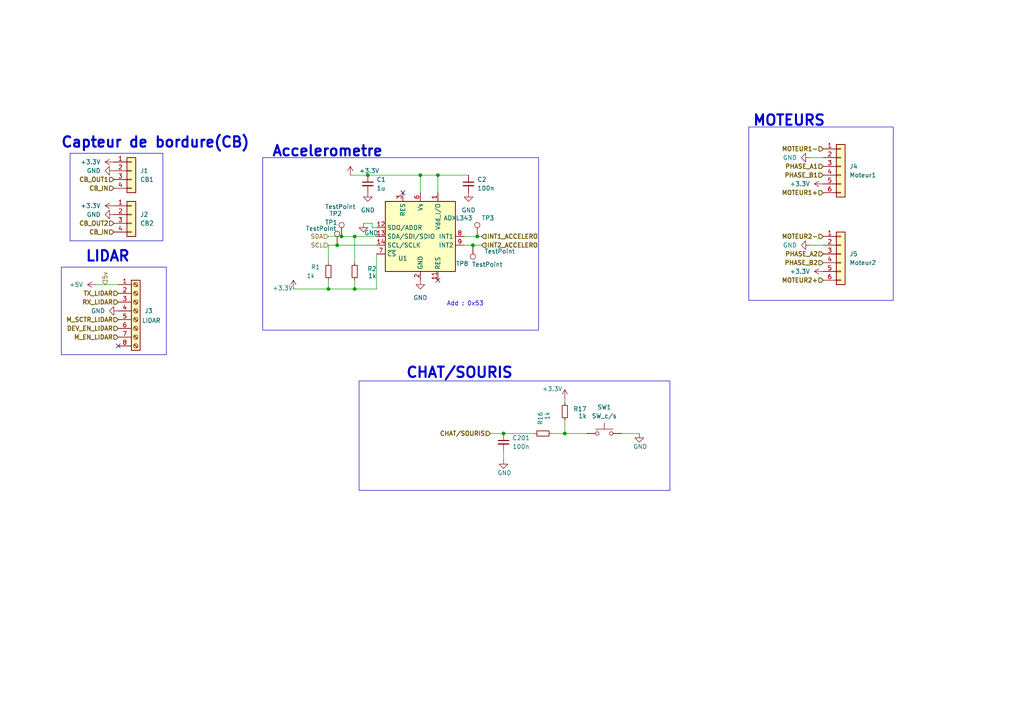
<source format=kicad_sch>
(kicad_sch (version 20231120) (generator "eeschema") (generator_version "8.0")
  (paper "A4")
  (title_block (title "ESE_BAHL") (date "2024-09-17") (rev "v1.09.24") (company "ENSEA"))
  (lib_symbols
    (symbol "+3.3V_1" (power) (pin_numbers hide) (pin_names (offset 0) hide)
      (property "Value" "+3.3V" (at 0 3.556 0))
      (symbol "+3.3V_1_0_1"
        (polyline (pts (xy -0.762 1.27) (xy 0 2.54)))
        (polyline (pts (xy 0 0) (xy 0 2.54)))
        (polyline (pts (xy 0 2.54) (xy 0.762 1.27)))
      )
      (symbol "+3.3V_1_1_1"
        (pin power_in line (at 0 0 90) (length 0) (name "~") (number "1"))
      )
    )
    (symbol "Connector:Screw_Terminal_01x08" (pin_names (offset 1.016) hide)
      (property "Reference" "J" (at 0 10.16 0))
      (property "Value" "Screw_Terminal_01x08" (at 0 -12.7 0))
      (symbol "Screw_Terminal_01x08_1_1"
        (rectangle (start -1.27 8.89) (end 1.27 -11.43) (stroke (width 0.254)) (fill (type background)))
        (circle (center 0 -10.16) (radius 0.635) (stroke (width 0.1524)))
        (circle (center 0 -7.62) (radius 0.635) (stroke (width 0.1524)))
        (circle (center 0 -5.08) (radius 0.635) (stroke (width 0.1524)))
        (circle (center 0 -2.54) (radius 0.635) (stroke (width 0.1524)))
        (polyline (pts (xy -0.5334 -9.8298) (xy 0.3302 -10.668)) (stroke (width 0.1524)))
        (polyline (pts (xy -0.5334 -7.2898) (xy 0.3302 -8.128)) (stroke (width 0.1524)))
        (polyline (pts (xy -0.5334 -4.7498) (xy 0.3302 -5.588)) (stroke (width 0.1524)))
        (polyline (pts (xy -0.5334 -2.2098) (xy 0.3302 -3.048)) (stroke (width 0.1524)))
        (polyline (pts (xy -0.5334 0.3302) (xy 0.3302 -0.508)) (stroke (width 0.1524)))
        (polyline (pts (xy -0.5334 2.8702) (xy 0.3302 2.032)) (stroke (width 0.1524)))
        (polyline (pts (xy -0.5334 5.4102) (xy 0.3302 4.572)) (stroke (width 0.1524)))
        (polyline (pts (xy -0.5334 7.9502) (xy 0.3302 7.112)) (stroke (width 0.1524)))
        (polyline (pts (xy -0.3556 -9.652) (xy 0.508 -10.4902)) (stroke (width 0.1524)))
        (polyline (pts (xy -0.3556 -7.112) (xy 0.508 -7.9502)) (stroke (width 0.1524)))
        (polyline (pts (xy -0.3556 -4.572) (xy 0.508 -5.4102)) (stroke (width 0.1524)))
        (polyline (pts (xy -0.3556 -2.032) (xy 0.508 -2.8702)) (stroke (width 0.1524)))
        (polyline (pts (xy -0.3556 0.508) (xy 0.508 -0.3302)) (stroke (width 0.1524)))
        (polyline (pts (xy -0.3556 3.048) (xy 0.508 2.2098)) (stroke (width 0.1524)))
        (polyline (pts (xy -0.3556 5.588) (xy 0.508 4.7498)) (stroke (width 0.1524)))
        (polyline (pts (xy -0.3556 8.128) (xy 0.508 7.2898)) (stroke (width 0.1524)))
        (circle (center 0 0) (radius 0.635) (stroke (width 0.1524)))
        (circle (center 0 2.54) (radius 0.635) (stroke (width 0.1524)))
        (circle (center 0 5.08) (radius 0.635) (stroke (width 0.1524)))
        (circle (center 0 7.62) (radius 0.635) (stroke (width 0.1524)))
        (pin passive line (at -5.08 7.62 0) (length 3.81) (name "Pin_1") (number "1"))
        (pin passive line (at -5.08 5.08 0) (length 3.81) (name "Pin_2") (number "2"))
        (pin passive line (at -5.08 2.54 0) (length 3.81) (name "Pin_3") (number "3"))
        (pin passive line (at -5.08 0 0) (length 3.81) (name "Pin_4") (number "4"))
        (pin passive line (at -5.08 -2.54 0) (length 3.81) (name "Pin_5") (number "5"))
        (pin passive line (at -5.08 -5.08 0) (length 3.81) (name "Pin_6") (number "6"))
        (pin passive line (at -5.08 -7.62 0) (length 3.81) (name "Pin_7") (number "7"))
        (pin passive line (at -5.08 -10.16 0) (length 3.81) (name "Pin_8") (number "8"))
      )
    )
    (symbol "Connector:TestPoint" (pin_numbers hide) (pin_names (offset 0.762) hide)
      (property "Reference" "TP" (at 0 6.858 0))
      (property "Value" "TestPoint" (at 0 5.08 0))
      (symbol "TestPoint_0_1"
        (circle (center 0 3.302) (radius 0.762))
      )
      (symbol "TestPoint_1_1"
        (pin passive line (at 0 0 90) (length 2.54) (name "1") (number "1"))
      )
    )
    (symbol "Connector_Generic:Conn_01x04" (pin_names (offset 1.016) hide)
      (property "Reference" "J" (at 0 5.08 0))
      (property "Value" "Conn_01x04" (at 0 -7.62 0))
      (symbol "Conn_01x04_1_1"
        (rectangle (start -1.27 -4.953) (end 0 -5.207) (stroke (width 0.1524)))
        (rectangle (start -1.27 -2.413) (end 0 -2.667) (stroke (width 0.1524)))
        (rectangle (start -1.27 0.127) (end 0 -0.127) (stroke (width 0.1524)))
        (rectangle (start -1.27 2.667) (end 0 2.413) (stroke (width 0.1524)))
        (rectangle (start -1.27 3.81) (end 1.27 -6.35) (stroke (width 0.254)) (fill (type background)))
        (pin passive line (at -5.08 2.54 0) (length 3.81) (name "Pin_1") (number "1"))
        (pin passive line (at -5.08 0 0) (length 3.81) (name "Pin_2") (number "2"))
        (pin passive line (at -5.08 -2.54 0) (length 3.81) (name "Pin_3") (number "3"))
        (pin passive line (at -5.08 -5.08 0) (length 3.81) (name "Pin_4") (number "4"))
      )
    )
    (symbol "Connector_Generic:Conn_01x06" (pin_names (offset 1.016) hide)
      (property "Reference" "J" (at 0 7.62 0))
      (property "Value" "Conn_01x06" (at 0 -10.16 0))
      (symbol "Conn_01x06_1_1"
        (rectangle (start -1.27 -7.493) (end 0 -7.747) (stroke (width 0.1524)))
        (rectangle (start -1.27 -4.953) (end 0 -5.207) (stroke (width 0.1524)))
        (rectangle (start -1.27 -2.413) (end 0 -2.667) (stroke (width 0.1524)))
        (rectangle (start -1.27 0.127) (end 0 -0.127) (stroke (width 0.1524)))
        (rectangle (start -1.27 2.667) (end 0 2.413) (stroke (width 0.1524)))
        (rectangle (start -1.27 5.207) (end 0 4.953) (stroke (width 0.1524)))
        (rectangle (start -1.27 6.35) (end 1.27 -8.89) (stroke (width 0.254)) (fill (type background)))
        (pin passive line (at -5.08 5.08 0) (length 3.81) (name "Pin_1") (number "1"))
        (pin passive line (at -5.08 2.54 0) (length 3.81) (name "Pin_2") (number "2"))
        (pin passive line (at -5.08 0 0) (length 3.81) (name "Pin_3") (number "3"))
        (pin passive line (at -5.08 -2.54 0) (length 3.81) (name "Pin_4") (number "4"))
        (pin passive line (at -5.08 -5.08 0) (length 3.81) (name "Pin_5") (number "5"))
        (pin passive line (at -5.08 -7.62 0) (length 3.81) (name "Pin_6") (number "6"))
      )
    )
    (symbol "Device:C_Small" (pin_numbers hide) (pin_names (offset 0.254) hide)
      (property "Reference" "C" (at 0.254 1.778 0))
      (property "Value" "C_Small" (at 0.254 -2.032 0))
      (symbol "C_Small_0_1"
        (polyline (pts (xy -1.524 -0.508) (xy 1.524 -0.508)) (stroke (width 0.3302)))
        (polyline (pts (xy -1.524 0.508) (xy 1.524 0.508)) (stroke (width 0.3048)))
      )
      (symbol "C_Small_1_1"
        (pin passive line (at 0 2.54 270) (length 2.032) (name "~") (number "1"))
        (pin passive line (at 0 -2.54 90) (length 2.032) (name "~") (number "2"))
      )
    )
    (symbol "Device:R_Small" (pin_numbers hide) (pin_names (offset 0.254) hide)
      (property "Reference" "R" (at 0.762 0.508 0))
      (property "Value" "R_Small" (at 0.762 -1.016 0))
      (symbol "R_Small_0_1"
        (rectangle (start -0.762 1.778) (end 0.762 -1.778) (stroke (width 0.2032)))
      )
      (symbol "R_Small_1_1"
        (pin passive line (at 0 2.54 270) (length 0.762) (name "~") (number "1"))
        (pin passive line (at 0 -2.54 90) (length 0.762) (name "~") (number "2"))
      )
    )
    (symbol "Sensor_Motion:ADXL343"
      (property "Reference" "U" (at -8.89 11.43 0))
      (property "Value" "ADXL343" (at -7.62 -11.43 0))
      (symbol "ADXL343_0_1"
        (rectangle (start -10.16 10.16) (end 10.16 -10.16) (stroke (width 0.254)) (fill (type background)))
      )
      (symbol "ADXL343_1_1"
        (pin power_in line (at 5.08 12.7 270) (length 2.54) (name "Vdd_I/O") (number "1"))
        (pin no_connect line (at -5.08 -10.16 90) (length 2.54) hide (name "NC") (number "10"))
        (pin passive line (at 5.08 -12.7 90) (length 2.54) (name "RES") (number "11"))
        (pin bidirectional line (at -12.7 2.54 0) (length 2.54) (name "SDO/ADDR") (number "12"))
        (pin bidirectional line (at -12.7 0 0) (length 2.54) (name "SDA/SDI/SDIO") (number "13"))
        (pin input line (at -12.7 -2.54 0) (length 2.54) (name "SCL/SCLK") (number "14"))
        (pin power_in line (at 0 -12.7 90) (length 2.54) (name "GND") (number "2"))
        (pin passive line (at -5.08 12.7 270) (length 2.54) (name "RES") (number "3"))
        (pin passive line (at 0 -12.7 90) (length 2.54) hide (name "GND") (number "4"))
        (pin passive line (at 0 -12.7 90) (length 2.54) hide (name "GND") (number "5"))
        (pin power_in line (at 0 12.7 270) (length 2.54) (name "Vs") (number "6"))
        (pin input line (at -12.7 -5.08 0) (length 2.54) (name "~{CS}") (number "7"))
        (pin output line (at 12.7 0 180) (length 2.54) (name "INT1") (number "8"))
        (pin output line (at 12.7 -2.54 180) (length 2.54) (name "INT2") (number "9"))
      )
    )
    (symbol "Switch:SW_Push" (pin_numbers hide) (pin_names (offset 1.016) hide)
      (property "Reference" "SW" (at 1.27 2.54 0))
      (property "Value" "SW_Push" (at 0 -1.524 0))
      (symbol "SW_Push_0_1"
        (circle (center -2.032 0) (radius 0.508))
        (polyline (pts (xy 0 1.27) (xy 0 3.048)))
        (polyline (pts (xy 2.54 1.27) (xy -2.54 1.27)))
        (circle (center 2.032 0) (radius 0.508))
        (pin passive line (at -5.08 0 0) (length 2.54) (name "1") (number "1"))
        (pin passive line (at 5.08 0 180) (length 2.54) (name "2") (number "2"))
      )
    )
    (symbol "power:+3.3V" (power) (pin_names (offset 0))
      (property "Value" "+3.3V" (at 0 3.556 0))
      (symbol "+3.3V_0_1"
        (polyline (pts (xy -0.762 1.27) (xy 0 2.54)))
        (polyline (pts (xy 0 0) (xy 0 2.54)))
        (polyline (pts (xy 0 2.54) (xy 0.762 1.27)))
      )
      (symbol "+3.3V_1_1"
        (pin power_in line (at 0 0 90) (length 0) hide (name "+3.3V") (number "1"))
      )
    )
    (symbol "power:+5V" (power) (pin_names (offset 0))
      (property "Value" "+5V" (at 0 3.556 0))
      (symbol "+5V_0_1"
        (polyline (pts (xy -0.762 1.27) (xy 0 2.54)))
        (polyline (pts (xy 0 0) (xy 0 2.54)))
        (polyline (pts (xy 0 2.54) (xy 0.762 1.27)))
      )
      (symbol "+5V_1_1"
        (pin power_in line (at 0 0 90) (length 0) hide (name "+5V") (number "1"))
      )
    )
    (symbol "power:GND" (power) (pin_names (offset 0))
      (property "Value" "GND" (at 0 -3.81 0))
      (symbol "GND_0_1"
        (polyline (pts (xy 0 0) (xy 0 -1.27) (xy 1.27 -1.27) (xy 0 -2.54) (xy -1.27 -1.27) (xy 0 -1.27)))
      )
      (symbol "GND_1_1"
        (pin power_in line (at 0 0 270) (length 0) hide (name "GND") (number "1"))
      )
    )
  )
  (junction (at 127 50.8))
  (junction (at 106.68 50.8))
  (junction (at 163.83 125.73))
  (junction (at 97.79 71.12))
  (junction (at 138.43 68.58))
  (junction (at 102.87 83.82))
  (junction (at 137.16 71.12))
  (junction (at 95.25 83.82))
  (junction (at 99.06 68.58))
  (junction (at 102.87 68.58))
  (junction (at 146.05 125.73))
  (junction (at 121.92 50.8))
  (no_connect (at 34.29 100.33))
  (no_connect (at 127 81.28))
  (no_connect (at 116.84 55.88))
  (wire (pts (xy 85.09 83.82) (xy 95.25 83.82)))
  (wire (pts (xy 121.92 50.8) (xy 127 50.8)))
  (wire (pts (xy 109.22 68.58) (xy 102.87 68.58)))
  (wire (pts (xy 101.6 50.8) (xy 106.68 50.8)))
  (wire (pts (xy 95.25 68.58) (xy 99.06 68.58)))
  (wire (pts (xy 109.22 71.12) (xy 97.79 71.12)))
  (wire (pts (xy 97.79 71.12) (xy 95.25 71.12)))
  (wire (pts (xy 105.41 64.77) (xy 107.95 64.77)))
  (wire (pts (xy 102.87 68.58) (xy 102.87 76.2)))
  (wire (pts (xy 95.25 71.12) (xy 95.25 76.2)))
  (wire (pts (xy 180.34 125.73) (xy 185.42 125.73)))
  (wire (pts (xy 121.92 50.8) (xy 106.68 50.8)))
  (wire (pts (xy 102.87 81.28) (xy 102.87 83.82)))
  (wire (pts (xy 127 55.88) (xy 127 50.8)))
  (wire (pts (xy 139.7 71.12) (xy 137.16 71.12)))
  (wire (pts (xy 137.16 71.12) (xy 134.62 71.12)))
  (wire (pts (xy 107.95 64.77) (xy 107.95 66.04)))
  (wire (pts (xy 160.02 125.73) (xy 163.83 125.73)))
  (wire (pts (xy 95.25 83.82) (xy 102.87 83.82)))
  (wire (pts (xy 238.76 45.72) (xy 234.95 45.72)))
  (wire (pts (xy 138.43 68.58) (xy 134.62 68.58)))
  (wire (pts (xy 142.24 125.73) (xy 146.05 125.73)))
  (wire (pts (xy 121.92 55.88) (xy 121.92 50.8)))
  (wire (pts (xy 238.76 71.12) (xy 234.95 71.12)))
  (wire (pts (xy 146.05 125.73) (xy 154.94 125.73)))
  (wire (pts (xy 99.06 68.58) (xy 102.87 68.58)))
  (wire (pts (xy 127 50.8) (xy 135.89 50.8)))
  (wire (pts (xy 109.22 73.66) (xy 109.22 83.82)))
  (wire (pts (xy 107.95 66.04) (xy 109.22 66.04)))
  (wire (pts (xy 163.83 115.57) (xy 163.83 116.84)))
  (wire (pts (xy 146.05 130.81) (xy 146.05 133.35)))
  (wire (pts (xy 163.83 125.73) (xy 170.18 125.73)))
  (wire (pts (xy 102.87 83.82) (xy 109.22 83.82)))
  (wire (pts (xy 95.25 83.82) (xy 95.25 81.28)))
  (wire (pts (xy 139.7 68.58) (xy 138.43 68.58)))
  (wire (pts (xy 163.83 121.92) (xy 163.83 125.73)))
  (wire (pts (xy 27.94 82.55) (xy 34.29 82.55)))
  (rectangle (start 217.17 36.83) (end 259.08 87.122))
  (rectangle (start 76.2 45.72) (end 156.21 95.758))
  (rectangle (start 104.14 110.49) (end 194.31 142.24))
  (rectangle (start 20.32 44.45) (end 47.244 69.85))
  (rectangle (start 17.78 77.47) (end 48.26 102.87))
  (text "LIDAR" (at 24.638 76.2 0) (effects (font (size 3 3) (bold yes)) (justify left bottom)))
  (text "MOTEURS" (at 218.186 36.83 0) (effects (font (size 3 3) (bold yes)) (justify left bottom)))
  (text "Accelerometre" (at 78.74 45.72 0) (effects (font (size 3 3) (bold yes)) (justify left bottom)))
  (text "Capteur de bordure(CB)" (at 17.526 43.18 0) (effects (font (size 3 3) (bold yes)) (justify left bottom)))
  (text "Add : 0x53" (at 129.54 88.9 0) (effects (font (size 1.27 1.27)) (justify left bottom)))
  (text "CHAT/SOURIS" (at 117.602 109.982 0) (effects (font (size 3 3) (bold yes)) (justify left bottom)))
  (hierarchical_label "TX_LIDAR" (shape input) (at 34.29 85.09 180) (effects (font (bold yes))))
  (hierarchical_label "CHAT{slash}SOURIS" (shape input) (at 142.24 125.73 180) (effects (font (bold yes))))
  (hierarchical_label "CB_IN" (shape input) (at 33.02 67.31 180) (effects (font (bold yes))))
  (hierarchical_label "M_EN_LIDAR" (shape input) (at 34.29 97.79 180) (effects (font (bold yes))))
  (hierarchical_label "CB_OUT1" (shape input) (at 33.02 52.07 180) (effects (font (bold yes))))
  (hierarchical_label "PHASE_B1" (shape input) (at 238.76 50.8 180) (effects (font (bold yes))))
  (hierarchical_label "PHASE_A1" (shape input) (at 238.76 48.26 180) (effects (font (bold yes))))
  (hierarchical_label "MOTEUR1-" (shape input) (at 238.76 43.18 180) (effects (font (thickness 0.254) (bold yes))))
  (hierarchical_label "CB_OUT2" (shape input) (at 33.02 64.77 180) (effects (font (bold yes))))
  (hierarchical_label "SDA" (shape input) (at 95.25 68.58 180))
  (hierarchical_label "CB_IN" (shape input) (at 33.02 54.61 180) (effects (font (bold yes))))
  (hierarchical_label "MOTEUR2-" (shape input) (at 238.76 68.58 180) (effects (font (thickness 0.254) (bold yes))))
  (hierarchical_label "SCL" (shape input) (at 95.25 71.12 180) (effects (font (thickness 0.1588))))
  (hierarchical_label "M_SCTR_LIDAR" (shape input) (at 34.29 92.71 180) (effects (font (bold yes))))
  (hierarchical_label "PHASE_B2" (shape input) (at 238.76 76.2 180) (effects (font (bold yes))))
  (hierarchical_label "5v" (shape input) (at 30.48 82.55 90))
  (hierarchical_label "RX_LIDAR" (shape input) (at 34.29 87.63 180) (effects (font (bold yes))))
  (hierarchical_label "MOTEUR2+" (shape input) (at 238.76 81.28 180) (effects (font (thickness 0.254) (bold yes))))
  (hierarchical_label "INT2_ACCELERO" (shape input) (at 139.7 71.12 0) (effects (font (bold yes))))
  (hierarchical_label "PHASE_A2" (shape input) (at 238.76 73.66 180) (effects (font (bold yes))))
  (hierarchical_label "DEV_EN_LIDAR" (shape input) (at 34.29 95.25 180) (effects (font (bold yes))))
  (hierarchical_label "MOTEUR1+" (shape input) (at 238.76 55.88 180) (effects (font (thickness 0.254) (bold yes))))
  (hierarchical_label "INT1_ACCELERO" (shape input) (at 139.7 68.58 0) (effects (font (bold yes))))
  (symbol (lib_id "Connector_Generic:Conn_01x06") (at 243.84 73.66 0) (unit 1)
    (property "Reference" "J5" (at 246.38 73.66 0) (effects (justify left)))
    (property "Value" "Moteur2" (at 246.38 76.2 0) (effects (justify left)))
    (property "Footprint" "Connector_JST:JST_XH_S6B-XH-A_1x06_P2.50mm_Horizontal" (effects (hide yes)))
  )
  (symbol (lib_id "power:GND") (at 234.95 45.72 270) (unit 1)
    (property "Reference" "#PWR015" (effects (hide yes)))
    (property "Value" "GND" (at 231.14 45.72 90) (effects (justify right)))
  )
  (symbol (lib_id "power:+3.3V") (at 33.02 59.69 90) (mirror x) (unit 1)
    (property "Reference" "#PWR04" (effects (hide yes)))
    (property "Value" "+3.3V" (at 29.21 59.69 90) (effects (justify left)))
  )
  (symbol (lib_name "+3.3V_1") (lib_id "power:+3.3V") (at 238.76 78.74 90) (unit 1)
    (property "Reference" "#PWR018" (effects (hide yes)))
    (property "Value" "+3.3V" (at 234.95 78.7399 90) (effects (justify left)))
    (property "Description" "Power symbol creates a global label with name \"+3.3V\"" (effects (hide yes)))
  )
  (symbol (lib_id "Device:C_Small") (at 106.68 53.34 0) (mirror y) (unit 1)
    (property "Reference" "C1" (at 109.22 52.0762 0) (effects (justify right)))
    (property "Value" "1u" (at 109.22 54.6162 0) (effects (justify right)))
    (property "Footprint" "Capacitor_SMD:C_0603_1608Metric" (effects (hide yes)))
  )
  (symbol (lib_id "power:GND") (at 234.95 71.12 270) (unit 1)
    (property "Reference" "#PWR016" (effects (hide yes)))
    (property "Value" "GND" (at 231.14 71.12 90) (effects (justify right)))
  )
  (symbol (lib_id "power:GND") (at 135.89 55.88 0) (mirror y) (unit 1)
    (property "Reference" "#PWR013" (effects (hide yes)))
    (property "Value" "GND" (at 135.89 60.96 0))
  )
  (symbol (lib_id "Switch:SW_Push") (at 175.26 125.73 0) (unit 1)
    (property "Reference" "SW1" (at 175.26 118.11 0))
    (property "Value" "SW_c/s" (at 175.26 120.65 0))
    (property "Footprint" "STM32:SW_Push_1P1T_NO_6x6mm_H9.5mm" (effects (hide yes)))
    (property "Description" "Push button switch, generic, two pins" (effects (hide yes)))
  )
  (symbol (lib_id "Device:R_Small") (at 95.25 78.74 0) (unit 1)
    (property "Reference" "R1" (at 90.17 77.47 0) (effects (justify left)))
    (property "Value" "1k" (at 88.9 80.01 0) (effects (justify left)))
    (property "Footprint" "Resistor_SMD:R_0402_1005Metric" (effects (hide yes)))
  )
  (symbol (lib_id "power:GND") (at 185.42 125.73 0) (unit 1)
    (property "Reference" "#PWR014" (effects (hide yes)))
    (property "Value" "GND" (at 185.674 129.54 0))
  )
  (symbol (lib_id "power:+3.3V") (at 101.6 50.8 0) (mirror y) (unit 1)
    (property "Reference" "#PWR09" (effects (hide yes)))
    (property "Value" "+3.3V" (at 104.14 49.5299 0) (effects (justify right)))
  )
  (symbol (lib_id "Sensor_Motion:ADXL343") (at 121.92 68.58 0) (unit 1)
    (property "Reference" "U1" (at 116.84 74.93 0))
    (property "Value" "ADXL343" (at 132.842 63.246 0))
    (property "Footprint" "Package_LGA:LGA-14_3x5mm_P0.8mm_LayoutBorder1x6y" (effects (hide yes)))
    (property "Datasheet" "https://www.analog.com/media/en/technical-documentation/data-sheets/ADXL343.pdf" (effects (hide yes)))
  )
  (symbol (lib_id "power:+3.3V") (at 33.02 46.99 90) (mirror x) (unit 1)
    (property "Reference" "#PWR02" (effects (hide yes)))
    (property "Value" "+3.3V" (at 29.21 46.99 90) (effects (justify left)))
  )
  (symbol (lib_id "Connector_Generic:Conn_01x06") (at 243.84 48.26 0) (unit 1)
    (property "Reference" "J4" (at 246.38 48.26 0) (effects (justify left)))
    (property "Value" "Moteur1" (at 246.38 50.8 0) (effects (justify left)))
    (property "Footprint" "Connector_JST:JST_XH_S6B-XH-A_1x06_P2.50mm_Horizontal" (effects (hide yes)))
  )
  (symbol (lib_id "Connector:TestPoint") (at 97.79 71.12 0) (unit 1)
    (property "Reference" "TP1" (at 94.234 64.516 0) (effects (justify left)))
    (property "Value" "TestPoint" (at 88.646 66.294 0) (effects (justify left)))
    (property "Footprint" "TestPoint:TestPoint_Pad_D1.0mm" (effects (hide yes)))
    (property "Description" "test point" (effects (hide yes)))
  )
  (symbol (lib_id "Connector_Generic:Conn_01x04") (at 38.1 62.23 0) (unit 1)
    (property "Reference" "J2" (at 40.64 62.23 0) (effects (justify left)))
    (property "Value" "CB2" (at 40.64 64.77 0) (effects (justify left)))
    (property "Footprint" "Connector_JST:JST_XH_S4B-XH-A_1x04_P2.50mm_Horizontal" (effects (hide yes)))
  )
  (symbol (lib_id "power:GND") (at 33.02 49.53 270) (unit 1)
    (property "Reference" "#PWR03" (effects (hide yes)))
    (property "Value" "GND" (at 29.21 49.53 90) (effects (justify right)))
  )
  (symbol (lib_id "Connector_Generic:Conn_01x04") (at 38.1 49.53 0) (unit 1)
    (property "Reference" "J1" (at 40.64 49.53 0) (effects (justify left)))
    (property "Value" "CB1" (at 40.64 52.07 0) (effects (justify left)))
    (property "Footprint" "Connector_JST:JST_XH_S4B-XH-A_1x04_P2.50mm_Horizontal" (effects (hide yes)))
  )
  (symbol (lib_id "Connector:TestPoint") (at 138.43 68.58 0) (unit 1)
    (property "Reference" "TP3" (at 139.7 63.246 0) (effects (justify left)))
    (property "Value" "TestPoint" (at 140.462 72.898 0) (effects (justify left)))
    (property "Footprint" "TestPoint:TestPoint_Pad_D1.0mm" (effects (hide yes)))
    (property "Description" "test point" (effects (hide yes)))
  )
  (symbol (lib_id "power:+3.3V") (at 85.09 83.82 0) (mirror y) (unit 1)
    (property "Reference" "#PWR06" (effects (hide yes)))
    (property "Value" "+3.3V" (at 78.994 83.566 0) (effects (justify right)))
  )
  (symbol (lib_id "power:+3.3V") (at 163.83 115.57 0) (mirror y) (unit 1)
    (property "Reference" "#PWR070" (effects (hide yes)))
    (property "Value" "+3.3V" (at 157.226 112.776 0) (effects (justify right)))
  )
  (symbol (lib_id "power:GND") (at 121.92 81.28 0) (unit 1)
    (property "Reference" "#PWR012" (effects (hide yes)))
    (property "Value" "GND" (at 121.92 86.36 0))
  )
  (symbol (lib_id "Device:R_Small") (at 163.83 119.38 0) (mirror y) (unit 1)
    (property "Reference" "R17" (at 170.18 118.618 0) (effects (justify left)))
    (property "Value" "1k" (at 170.18 120.65 0) (effects (justify left)))
    (property "Footprint" "Resistor_SMD:R_0402_1005Metric" (effects (hide yes)))
  )
  (symbol (lib_id "Connector:Screw_Terminal_01x08") (at 39.37 90.17 0) (unit 1)
    (property "Reference" "J3" (at 41.91 90.1699 0) (effects (justify left)))
    (property "Value" "LIDAR" (at 41.148 92.964 0) (effects (justify left)))
    (property "Footprint" "Connector_JST:JST_XH_S8B-XH-A_1x08_P2.50mm_Horizontal" (effects (hide yes)))
    (property "Description" "Generic screw terminal, single row, 01x08, script generated (kicad-library-utils/schlib/autogen/connector/)" (effects (hide yes)))
  )
  (symbol (lib_id "power:GND") (at 146.05 133.35 0) (unit 1)
    (property "Reference" "#PWR0201" (effects (hide yes)))
    (property "Value" "GND" (at 146.304 137.16 0))
  )
  (symbol (lib_id "power:GND") (at 106.68 55.88 0) (mirror y) (unit 1)
    (property "Reference" "#PWR011" (effects (hide yes)))
    (property "Value" "GND" (at 106.68 60.96 0))
  )
  (symbol (lib_id "power:GND") (at 105.41 64.77 0) (mirror y) (unit 1)
    (property "Reference" "#PWR010" (effects (hide yes)))
    (property "Value" "GND" (at 105.664 67.564 0) (effects (justify right)))
  )
  (symbol (lib_id "Connector:TestPoint") (at 137.16 71.12 180) (unit 1)
    (property "Reference" "TP8" (at 135.89 76.454 0) (effects (justify left)))
    (property "Value" "TestPoint" (at 145.796 76.708 0) (effects (justify left)))
    (property "Footprint" "TestPoint:TestPoint_Pad_D1.0mm" (effects (hide yes)))
    (property "Description" "test point" (effects (hide yes)))
  )
  (symbol (lib_id "power:+5V") (at 27.94 82.55 90) (unit 1)
    (property "Reference" "#PWR07" (effects (hide yes)))
    (property "Value" "+5V" (at 24.13 82.55 90) (effects (justify left)))
  )
  (symbol (lib_id "Device:R_Small") (at 102.87 78.74 0) (mirror y) (unit 1)
    (property "Reference" "R2" (at 109.22 77.978 0) (effects (justify left)))
    (property "Value" "1k" (at 109.22 80.01 0) (effects (justify left)))
    (property "Footprint" "Resistor_SMD:R_0402_1005Metric" (effects (hide yes)))
  )
  (symbol (lib_id "Connector:TestPoint") (at 99.06 68.58 0) (unit 1)
    (property "Reference" "TP2" (at 95.504 61.976 0) (effects (justify left)))
    (property "Value" "TestPoint" (at 94.234 59.944 0) (effects (justify left)))
    (property "Footprint" "TestPoint:TestPoint_Pad_D1.0mm" (effects (hide yes)))
    (property "Description" "test point" (effects (hide yes)))
  )
  (symbol (lib_id "Device:R_Small") (at 157.48 125.73 90) (mirror x) (unit 1)
    (property "Reference" "R16" (at 156.718 119.38 0) (effects (justify left)))
    (property "Value" "1k" (at 158.75 119.38 0) (effects (justify left)))
    (property "Footprint" "Resistor_SMD:R_0402_1005Metric" (effects (hide yes)))
  )
  (symbol (lib_name "+3.3V_1") (lib_id "power:+3.3V") (at 238.76 53.34 90) (unit 1)
    (property "Reference" "#PWR017" (effects (hide yes)))
    (property "Value" "+3.3V" (at 234.95 53.3399 90) (effects (justify left)))
    (property "Description" "Power symbol creates a global label with name \"+3.3V\"" (effects (hide yes)))
  )
  (symbol (lib_id "power:GND") (at 33.02 62.23 270) (unit 1)
    (property "Reference" "#PWR05" (effects (hide yes)))
    (property "Value" "GND" (at 29.21 62.23 90) (effects (justify right)))
  )
  (symbol (lib_id "power:GND") (at 34.29 90.17 270) (unit 1)
    (property "Reference" "#PWR08" (effects (hide yes)))
    (property "Value" "GND" (at 30.48 90.17 90) (effects (justify right)))
  )
  (symbol (lib_id "Device:C_Small") (at 135.89 53.34 0) (mirror y) (unit 1)
    (property "Reference" "C2" (at 138.43 52.0762 0) (effects (justify right)))
    (property "Value" "100n" (at 138.43 54.6162 0) (effects (justify right)))
    (property "Footprint" "Capacitor_SMD:C_0402_1005Metric" (effects (hide yes)))
  )
  (symbol (lib_id "Device:C_Small") (at 146.05 128.27 0) (unit 1)
    (property "Reference" "C201" (at 148.59 127.0062 0) (effects (justify left)))
    (property "Value" "100n" (at 148.59 129.5462 0) (effects (justify left)))
    (property "Footprint" "Capacitor_SMD:C_0402_1005Metric" (effects (hide yes)))
    (property "Description" "Unpolarized capacitor, small symbol" (effects (hide yes)))
  )
)
</source>
